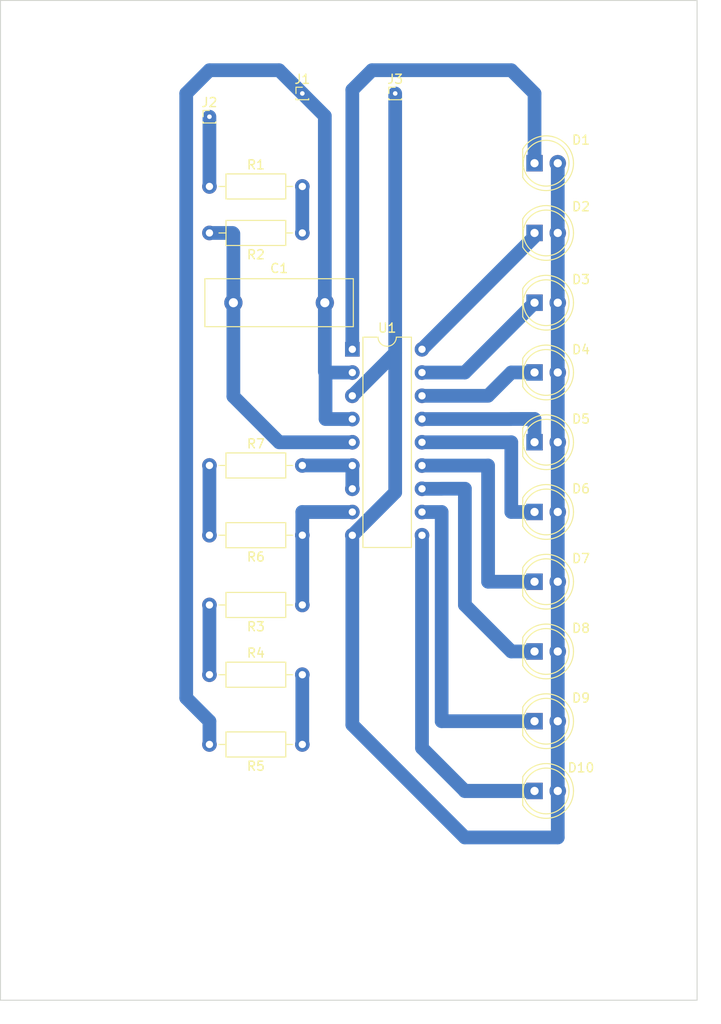
<source format=kicad_pcb>
(kicad_pcb (version 20211014) (generator pcbnew)
  (layers (0 "F.Cu" signal) (31 "B.Cu" signal) (34 "B.Paste" user) (35 "F.Paste" user) (36 "B.SilkS" user "B.Silkscreen") (37 "F.SilkS" user "F.Silkscreen") (38 "B.Mask" user) (39 "F.Mask" user) (44 "Edge.Cuts" user))
  (net 0 "")
  (net 1 "Net-(D1-Pad1)")
  (net 2 "GND")
  (net 3 "+5V")
  (net 4 "Net-(C1-Pad1)")
  (net 5 "Net-(R2-Pad1)")
  (net 6 "Net-(D10-Pad1)")
  (net 7 "Net-(D9-Pad1)")
  (net 8 "Net-(D8-Pad1)")
  (net 9 "Net-(D7-Pad1)")
  (net 10 "Net-(D6-Pad1)")
  (net 11 "Net-(D5-Pad1)")
  (net 12 "Net-(D4-Pad1)")
  (net 13 "Net-(D3-Pad1)")
  (net 14 "Net-(D2-Pad1)")
  (net 15 "sinal pwm")
  (net 16 "Net-(R3-Pad1)")
  (net 17 "Net-(R3-Pad2)")
  (net 18 "Net-(R4-Pad2)")
  (net 19 "Net-(R6-Pad2)")
  (net 20 "Net-(R7-Pad2)")
  (footprint "LED_THT:LED_D5.0mm" (layer "F.Cu") (at 157.48 86.36)
    (fp_text reference "D7" (at 5.08 -2.54) (layer "F.SilkS"))
    (fp_text value "LED")
    (fp_line (start -1.29 -1.545) (end -1.29 1.545) (layer "F.SilkS") (width 0.12))
    (fp_arc (start 4.26 -0.000462) (mid 2.072002 2.880433) (end -1.29 1.54483) (layer "F.SilkS") (width 0.12))
    (fp_arc (start -1.29 -1.54483) (mid 2.072002 -2.880433) (end 4.26 0.000462) (layer "F.SilkS") (width 0.12))
    (fp_circle (center 1.27 0) (end 3.77 0) (layer "F.SilkS") (width 0.12) (fill none))
    (pad "1" thru_hole rect (at 0 0) (size 1.8 1.8) (drill 0.9) (layers *.Cu *.Mask) (net 9 "Net-(D7-Pad1)"))
    (pad "2" thru_hole circle (at 2.54 0) (size 1.8 1.8) (drill 0.9) (layers *.Cu *.Mask) (net 3 "+5V"))
  )
  (footprint "Resistor_THT:R_Axial_DIN0207_L6.3mm_D2.5mm_P10.16mm_Horizontal" (layer "F.Cu") (at 132.08 88.9 180)
    (fp_text reference "R3" (at 5.08 -2.37) (layer "F.SilkS"))
    (fp_text value "3,6k")
    (fp_line (start 9.12 0) (end 8.35 0) (layer "F.SilkS") (width 0.12))
    (fp_line (start 1.81 -1.37) (end 1.81 1.37) (layer "F.SilkS") (width 0.12))
    (fp_line (start 1.04 0) (end 1.81 0) (layer "F.SilkS") (width 0.12))
    (fp_line (start 1.81 1.37) (end 8.35 1.37) (layer "F.SilkS") (width 0.12))
    (fp_line (start 8.35 1.37) (end 8.35 -1.37) (layer "F.SilkS") (width 0.12))
    (fp_line (start 8.35 -1.37) (end 1.81 -1.37) (layer "F.SilkS") (width 0.12))
    (pad "1" thru_hole circle (at 0 0 180) (size 1.6 1.6) (drill 0.8) (layers *.Cu *.Mask) (net 16 "Net-(R3-Pad1)"))
    (pad "2" thru_hole oval (at 10.16 0 180) (size 1.6 1.6) (drill 0.8) (layers *.Cu *.Mask) (net 17 "Net-(R3-Pad2)"))
  )
  (footprint "LED_THT:LED_D5.0mm" (layer "F.Cu") (at 157.48 78.74)
    (fp_text reference "D6" (at 5.08 -2.54) (layer "F.SilkS"))
    (fp_text value "LED")
    (fp_line (start -1.29 -1.545) (end -1.29 1.545) (layer "F.SilkS") (width 0.12))
    (fp_arc (start -1.29 -1.54483) (mid 2.072002 -2.880433) (end 4.26 0.000462) (layer "F.SilkS") (width 0.12))
    (fp_arc (start 4.26 -0.000462) (mid 2.072002 2.880433) (end -1.29 1.54483) (layer "F.SilkS") (width 0.12))
    (fp_circle (center 1.27 0) (end 3.77 0) (layer "F.SilkS") (width 0.12) (fill none))
    (pad "1" thru_hole rect (at 0 0) (size 1.8 1.8) (drill 0.9) (layers *.Cu *.Mask) (net 10 "Net-(D6-Pad1)"))
    (pad "2" thru_hole circle (at 2.54 0) (size 1.8 1.8) (drill 0.9) (layers *.Cu *.Mask) (net 3 "+5V"))
  )
  (footprint "Resistor_THT:R_Axial_DIN0207_L6.3mm_D2.5mm_P10.16mm_Horizontal" (layer "F.Cu") (at 121.92 73.66)
    (fp_text reference "R7" (at 5.08 -2.37) (layer "F.SilkS"))
    (fp_text value "1,2k")
    (fp_line (start 1.81 -1.37) (end 1.81 1.37) (layer "F.SilkS") (width 0.12))
    (fp_line (start 8.35 1.37) (end 8.35 -1.37) (layer "F.SilkS") (width 0.12))
    (fp_line (start 8.35 -1.37) (end 1.81 -1.37) (layer "F.SilkS") (width 0.12))
    (fp_line (start 1.04 0) (end 1.81 0) (layer "F.SilkS") (width 0.12))
    (fp_line (start 1.81 1.37) (end 8.35 1.37) (layer "F.SilkS") (width 0.12))
    (fp_line (start 9.12 0) (end 8.35 0) (layer "F.SilkS") (width 0.12))
    (pad "1" thru_hole circle (at 0 0) (size 1.6 1.6) (drill 0.8) (layers *.Cu *.Mask) (net 19 "Net-(R6-Pad2)"))
    (pad "2" thru_hole oval (at 10.16 0) (size 1.6 1.6) (drill 0.8) (layers *.Cu *.Mask) (net 20 "Net-(R7-Pad2)"))
  )
  (footprint "LED_THT:LED_D5.0mm" (layer "F.Cu") (at 157.48 48.26)
    (fp_text reference "D2" (at 5.08 -2.880433) (layer "F.SilkS"))
    (fp_text value "LED")
    (fp_line (start -1.29 -1.545) (end -1.29 1.545) (layer "F.SilkS") (width 0.12))
    (fp_arc (start -1.29 -1.54483) (mid 2.072002 -2.880433) (end 4.26 0.000462) (layer "F.SilkS") (width 0.12))
    (fp_arc (start 4.26 -0.000462) (mid 2.072002 2.880433) (end -1.29 1.54483) (layer "F.SilkS") (width 0.12))
    (fp_circle (center 1.27 0) (end 3.77 0) (layer "F.SilkS") (width 0.12) (fill none))
    (pad "1" thru_hole rect (at 0 0) (size 1.8 1.8) (drill 0.9) (layers *.Cu *.Mask) (net 14 "Net-(D2-Pad1)"))
    (pad "2" thru_hole circle (at 2.54 0) (size 1.8 1.8) (drill 0.9) (layers *.Cu *.Mask) (net 3 "+5V"))
  )
  (footprint "Resistor_THT:R_Axial_DIN0207_L6.3mm_D2.5mm_P10.16mm_Horizontal" (layer "F.Cu") (at 121.92 43.18)
    (fp_text reference "R1" (at 5.08 -2.37) (layer "F.SilkS"))
    (fp_text value "200k")
    (fp_line (start 9.12 0) (end 8.35 0) (layer "F.SilkS") (width 0.12))
    (fp_line (start 1.81 -1.37) (end 1.81 1.37) (layer "F.SilkS") (width 0.12))
    (fp_line (start 1.81 1.37) (end 8.35 1.37) (layer "F.SilkS") (width 0.12))
    (fp_line (start 8.35 -1.37) (end 1.81 -1.37) (layer "F.SilkS") (width 0.12))
    (fp_line (start 8.35 1.37) (end 8.35 -1.37) (layer "F.SilkS") (width 0.12))
    (fp_line (start 1.04 0) (end 1.81 0) (layer "F.SilkS") (width 0.12))
    (pad "1" thru_hole circle (at 0 0) (size 1.6 1.6) (drill 0.8) (layers *.Cu *.Mask) (net 15 "sinal pwm"))
    (pad "2" thru_hole oval (at 10.16 0) (size 1.6 1.6) (drill 0.8) (layers *.Cu *.Mask) (net 5 "Net-(R2-Pad1)"))
  )
  (footprint "Package_DIP:DIP-18_W7.62mm" (layer "F.Cu") (at 137.55 60.97)
    (fp_text reference "U1" (at 3.81 -2.33) (layer "F.SilkS"))
    (fp_text value "LM3914N")
    (fp_line (start 6.46 21.65) (end 6.46 -1.33) (layer "F.SilkS") (width 0.12))
    (fp_line (start 2.81 -1.33) (end 1.16 -1.33) (layer "F.SilkS") (width 0.12))
    (fp_line (start 1.16 -1.33) (end 1.16 21.65) (layer "F.SilkS") (width 0.12))
    (fp_line (start 1.16 21.65) (end 6.46 21.65) (layer "F.SilkS") (width 0.12))
    (fp_line (start 6.46 -1.33) (end 4.81 -1.33) (layer "F.SilkS") (width 0.12))
    (fp_arc (start 4.81 -1.33) (mid 3.81 -0.33) (end 2.81 -1.33) (layer "F.SilkS") (width 0.12))
    (pad "1" thru_hole rect (at 0 0) (size 1.6 1.6) (drill 0.8) (layers *.Cu *.Mask) (net 1 "Net-(D1-Pad1)"))
    (pad "2" thru_hole oval (at 0 2.54) (size 1.6 1.6) (drill 0.8) (layers *.Cu *.Mask) (net 2 "GND"))
    (pad "3" thru_hole oval (at 0 5.08) (size 1.6 1.6) (drill 0.8) (layers *.Cu *.Mask) (net 3 "+5V"))
    (pad "4" thru_hole oval (at 0 7.62) (size 1.6 1.6) (drill 0.8) (layers *.Cu *.Mask) (net 2 "GND"))
    (pad "5" thru_hole oval (at 0 10.16) (size 1.6 1.6) (drill 0.8) (layers *.Cu *.Mask) (net 4 "Net-(C1-Pad1)"))
    (pad "6" thru_hole oval (at 0 12.7) (size 1.6 1.6) (drill 0.8) (layers *.Cu *.Mask) (net 20 "Net-(R7-Pad2)"))
    (pad "7" thru_hole oval (at 0 15.24) (size 1.6 1.6) (drill 0.8) (layers *.Cu *.Mask) (net 20 "Net-(R7-Pad2)"))
    (pad "8" thru_hole oval (at 0 17.78) (size 1.6 1.6) (drill 0.8) (layers *.Cu *.Mask) (net 16 "Net-(R3-Pad1)"))
    (pad "9" thru_hole oval (at 0 20.32) (size 1.6 1.6) (drill 0.8) (layers *.Cu *.Mask) (net 3 "+5V"))
    (pad "10" thru_hole oval (at 7.62 20.32) (size 1.6 1.6) (drill 0.8) (layers *.Cu *.Mask) (net 6 "Net-(D10-Pad1)"))
    (pad "11" thru_hole oval (at 7.62 17.78) (size 1.6 1.6) (drill 0.8) (layers *.Cu *.Mask) (net 7 "Net-(D9-Pad1)"))
    (pad "12" thru_hole oval (at 7.62 15.24) (size 1.6 1.6) (drill 0.8) (layers *.Cu *.Mask) (net 8 "Net-(D8-Pad1)"))
    (pad "13" thru_hole oval (at 7.62 12.7) (size 1.6 1.6) (drill 0.8) (layers *.Cu *.Mask) (net 9 "Net-(D7-Pad1)"))
    (pad "14" thru_hole oval (at 7.62 10.16) (size 1.6 1.6) (drill 0.8) (layers *.Cu *.Mask) (net 10 "Net-(D6-Pad1)"))
    (pad "15" thru_hole oval (at 7.62 7.62) (size 1.6 1.6) (drill 0.8) (layers *.Cu *.Mask) (net 11 "Net-(D5-Pad1)"))
    (pad "16" thru_hole oval (at 7.62 5.08) (size 1.6 1.6) (drill 0.8) (layers *.Cu *.Mask) (net 12 "Net-(D4-Pad1)"))
    (pad "17" thru_hole oval (at 7.62 2.54) (size 1.6 1.6) (drill 0.8) (layers *.Cu *.Mask) (net 13 "Net-(D3-Pad1)"))
    (pad "18" thru_hole oval (at 7.62 0) (size 1.6 1.6) (drill 0.8) (layers *.Cu *.Mask) (net 14 "Net-(D2-Pad1)"))
  )
  (footprint "LED_THT:LED_D5.0mm" (layer "F.Cu") (at 157.48 40.64)
    (fp_text reference "D1" (at 5.08 -2.54) (layer "F.SilkS"))
    (fp_text value "LED")
    (fp_line (start -1.29 -1.545) (end -1.29 1.545) (layer "F.SilkS") (width 0.12))
    (fp_arc (start -1.29 -1.54483) (mid 2.072002 -2.880433) (end 4.26 0.000462) (layer "F.SilkS") (width 0.12))
    (fp_arc (start 4.26 -0.000462) (mid 2.072002 2.880433) (end -1.29 1.54483) (layer "F.SilkS") (width 0.12))
    (fp_circle (center 1.27 0) (end 3.77 0) (layer "F.SilkS") (width 0.12) (fill none))
    (pad "1" thru_hole rect (at 0 0) (size 1.8 1.8) (drill 0.9) (layers *.Cu *.Mask) (net 1 "Net-(D1-Pad1)"))
    (pad "2" thru_hole circle (at 2.54 0) (size 1.8 1.8) (drill 0.9) (layers *.Cu *.Mask) (net 3 "+5V"))
  )
  (footprint "LED_THT:LED_D5.0mm" (layer "F.Cu") (at 157.48 109.22)
    (fp_text reference "D10" (at 5.08 -2.54) (layer "F.SilkS"))
    (fp_text value "LED")
    (fp_line (start -1.29 -1.545) (end -1.29 1.545) (layer "F.SilkS") (width 0.12))
    (fp_arc (start -1.29 -1.54483) (mid 2.072002 -2.880433) (end 4.26 0.000462) (layer "F.SilkS") (width 0.12))
    (fp_arc (start 4.26 -0.000462) (mid 2.072002 2.880433) (end -1.29 1.54483) (layer "F.SilkS") (width 0.12))
    (fp_circle (center 1.27 0) (end 3.77 0) (layer "F.SilkS") (width 0.12) (fill none))
    (pad "1" thru_hole rect (at 0 0) (size 1.8 1.8) (drill 0.9) (layers *.Cu *.Mask) (net 6 "Net-(D10-Pad1)"))
    (pad "2" thru_hole circle (at 2.54 0) (size 1.8 1.8) (drill 0.9) (layers *.Cu *.Mask) (net 3 "+5V"))
  )
  (footprint "LED_THT:LED_D5.0mm" (layer "F.Cu") (at 157.48 71.12)
    (fp_text reference "D5" (at 5.08 -2.54) (layer "F.SilkS"))
    (fp_text value "LED")
    (fp_line (start -1.29 -1.545) (end -1.29 1.545) (layer "F.SilkS") (width 0.12))
    (fp_arc (start -1.29 -1.54483) (mid 2.072002 -2.880433) (end 4.26 0.000462) (layer "F.SilkS") (width 0.12))
    (fp_arc (start 4.26 -0.000462) (mid 2.072002 2.880433) (end -1.29 1.54483) (layer "F.SilkS") (width 0.12))
    (fp_circle (center 1.27 0) (end 3.77 0) (layer "F.SilkS") (width 0.12) (fill none))
    (pad "1" thru_hole rect (at 0 0) (size 1.8 1.8) (drill 0.9) (layers *.Cu *.Mask) (net 11 "Net-(D5-Pad1)"))
    (pad "2" thru_hole circle (at 2.54 0) (size 1.8 1.8) (drill 0.9) (layers *.Cu *.Mask) (net 3 "+5V"))
  )
  (footprint "LED_THT:LED_D5.0mm" (layer "F.Cu") (at 157.48 101.6)
    (fp_text reference "D9" (at 5.08 -2.54) (layer "F.SilkS"))
    (fp_text value "LED")
    (fp_line (start -1.29 -1.545) (end -1.29 1.545) (layer "F.SilkS") (width 0.12))
    (fp_arc (start -1.29 -1.54483) (mid 2.072002 -2.880433) (end 4.26 0.000462) (layer "F.SilkS") (width 0.12))
    (fp_arc (start 4.26 -0.000462) (mid 2.072002 2.880433) (end -1.29 1.54483) (layer "F.SilkS") (width 0.12))
    (fp_circle (center 1.27 0) (end 3.77 0) (layer "F.SilkS") (width 0.12) (fill none))
    (pad "1" thru_hole rect (at 0 0) (size 1.8 1.8) (drill 0.9) (layers *.Cu *.Mask) (net 7 "Net-(D9-Pad1)"))
    (pad "2" thru_hole circle (at 2.54 0) (size 1.8 1.8) (drill 0.9) (layers *.Cu *.Mask) (net 3 "+5V"))
  )
  (footprint "Resistor_THT:R_Axial_DIN0207_L6.3mm_D2.5mm_P10.16mm_Horizontal" (layer "F.Cu") (at 121.92 96.52)
    (fp_text reference "R4" (at 5.08 -2.37) (layer "F.SilkS"))
    (fp_text value "200")
    (fp_line (start 1.81 1.37) (end 8.35 1.37) (layer "F.SilkS") (width 0.12))
    (fp_line (start 9.12 0) (end 8.35 0) (layer "F.SilkS") (width 0.12))
    (fp_line (start 8.35 -1.37) (end 1.81 -1.37) (layer "F.SilkS") (width 0.12))
    (fp_line (start 1.81 -1.37) (end 1.81 1.37) (layer "F.SilkS") (width 0.12))
    (fp_line (start 1.04 0) (end 1.81 0) (layer "F.SilkS") (width 0.12))
    (fp_line (start 8.35 1.37) (end 8.35 -1.37) (layer "F.SilkS") (width 0.12))
    (pad "1" thru_hole circle (at 0 0) (size 1.6 1.6) (drill 0.8) (layers *.Cu *.Mask) (net 17 "Net-(R3-Pad2)"))
    (pad "2" thru_hole oval (at 10.16 0) (size 1.6 1.6) (drill 0.8) (layers *.Cu *.Mask) (net 18 "Net-(R4-Pad2)"))
  )
  (footprint "LED_THT:LED_D5.0mm" (layer "F.Cu") (at 157.48 55.88)
    (fp_text reference "D3" (at 5.08 -2.54) (layer "F.SilkS"))
    (fp_text value "LED")
    (fp_line (start -1.29 -1.545) (end -1.29 1.545) (layer "F.SilkS") (width 0.12))
    (fp_arc (start -1.29 -1.54483) (mid 2.072002 -2.880433) (end 4.26 0.000462) (layer "F.SilkS") (width 0.12))
    (fp_arc (start 4.26 -0.000462) (mid 2.072002 2.880433) (end -1.29 1.54483) (layer "F.SilkS") (width 0.12))
    (fp_circle (center 1.27 0) (end 3.77 0) (layer "F.SilkS") (width 0.12) (fill none))
    (pad "1" thru_hole rect (at 0 0) (size 1.8 1.8) (drill 0.9) (layers *.Cu *.Mask) (net 13 "Net-(D3-Pad1)"))
    (pad "2" thru_hole circle (at 2.54 0) (size 1.8 1.8) (drill 0.9) (layers *.Cu *.Mask) (net 3 "+5V"))
  )
  (footprint "Connector_PinHeader_1.00mm:PinHeader_1x01_P1.00mm_Vertical" (layer "F.Cu") (at 121.92 35.56)
    (fp_text reference "J2" (at 0 -1.56) (layer "F.SilkS"))
    (fp_text value "Screw_Terminal_01x01")
    (fp_line (start -0.695 0.685) (end 0.695 0.685) (layer "F.SilkS") (width 0.12))
    (fp_line (start 0.608276 0.685) (end 0.695 0.685) (layer "F.SilkS") (width 0.12))
    (fp_line (start -0.695 0.685) (end -0.608276 0.685) (layer "F.SilkS") (width 0.12))
    (fp_line (start -0.695 0) (end -0.695 -0.685) (layer "F.SilkS") (width 0.12))
    (fp_line (start -0.695 -0.685) (end 0 -0.685) (layer "F.SilkS") (width 0.12))
    (fp_line (start 0.695 0.685) (end 0.695 0.56) (layer "F.SilkS") (width 0.12))
    (fp_line (start -0.695 0.685) (end -0.695 0.56) (layer "F.SilkS") (width 0.12))
    (pad "1" thru_hole rect (at 0 0) (size 0.85 0.85) (drill 0.5) (layers *.Cu *.Mask) (net 15 "sinal pwm"))
  )
  (footprint "LED_THT:LED_D5.0mm" (layer "F.Cu") (at 157.48 63.5)
    (fp_text reference "D4" (at 5.08 -2.5) (layer "F.SilkS"))
    (fp_text value "LED")
    (fp_line (start -1.29 -1.545) (end -1.29 1.545) (layer "F.SilkS") (width 0.12))
    (fp_arc (start -1.29 -1.54483) (mid 2.072002 -2.880433) (end 4.26 0.000462) (layer "F.SilkS") (width 0.12))
    (fp_arc (start 4.26 -0.000462) (mid 2.072002 2.880433) (end -1.29 1.54483) (layer "F.SilkS") (width 0.12))
    (fp_circle (center 1.27 0) (end 3.77 0) (layer "F.SilkS") (width 0.12) (fill none))
    (pad "1" thru_hole rect (at 0 0) (size 1.8 1.8) (drill 0.9) (layers *.Cu *.Mask) (net 12 "Net-(D4-Pad1)"))
    (pad "2" thru_hole circle (at 2.54 0) (size 1.8 1.8) (drill 0.9) (layers *.Cu *.Mask) (net 3 "+5V"))
  )
  (footprint "Connector_PinHeader_1.00mm:PinHeader_1x01_P1.00mm_Vertical" (layer "F.Cu") (at 132.08 33.02)
    (fp_text reference "J1" (at 0 -1.56) (layer "F.SilkS"))
    (fp_text value "Screw_Terminal_01x01")
    (fp_line (start -0.695 0.685) (end 0.695 0.685) (layer "F.SilkS") (width 0.12))
    (fp_line (start -0.695 0) (end -0.695 -0.685) (layer "F.SilkS") (width 0.12))
    (fp_line (start -0.695 -0.685) (end 0 -0.685) (layer "F.SilkS") (width 0.12))
    (fp_line (start 0.695 0.685) (end 0.695 0.56) (layer "F.SilkS") (width 0.12))
    (fp_line (start -0.695 0.685) (end -0.695 0.56) (layer "F.SilkS") (width 0.12))
    (fp_line (start 0.608276 0.685) (end 0.695 0.685) (layer "F.SilkS") (width 0.12))
    (fp_line (start -0.695 0.685) (end -0.608276 0.685) (layer "F.SilkS") (width 0.12))
    (pad "1" thru_hole rect (at 0 0) (size 0.85 0.85) (drill 0.5) (layers *.Cu *.Mask) (net 2 "GND"))
  )
  (footprint "Connector_PinHeader_1.00mm:PinHeader_1x01_P1.00mm_Vertical" (layer "F.Cu") (at 142.24 33.02)
    (fp_text reference "J3" (at 0 -1.56) (layer "F.SilkS"))
    (fp_text value "Screw_Terminal_01x01")
    (fp_line (start 0.608276 0.685) (end 0.695 0.685) (layer "F.SilkS") (width 0.12))
    (fp_line (start -0.695 0.685) (end 0.695 0.685) (layer "F.SilkS") (width 0.12))
    (fp_line (start -0.695 0) (end -0.695 -0.685) (layer "F.SilkS") (width 0.12))
    (fp_line (start -0.695 -0.685) (end 0 -0.685) (layer "F.SilkS") (width 0.12))
    (fp_line (start -0.695 0.685) (end -0.695 0.56) (layer "F.SilkS") (width 0.12))
    (fp_line (start 0.695 0.685) (end 0.695 0.56) (layer "F.SilkS") (width 0.12))
    (fp_line (start -0.695 0.685) (end -0.608276 0.685) (layer "F.SilkS") (width 0.12))
    (pad "1" thru_hole rect (at 0 0) (size 0.85 0.85) (drill 0.5) (layers *.Cu *.Mask) (net 3 "+5V"))
  )
  (footprint "Resistor_THT:R_Axial_DIN0207_L6.3mm_D2.5mm_P10.16mm_Horizontal" (layer "F.Cu") (at 132.08 104.14 180)
    (fp_text reference "R5" (at 5.08 -2.37) (layer "F.SilkS"))
    (fp_text value "30")
    (fp_line (start 1.04 0) (end 1.81 0) (layer "F.SilkS") (width 0.12))
    (fp_line (start 9.12 0) (end 8.35 0) (layer "F.SilkS") (width 0.12))
    (fp_line (start 8.35 -1.37) (end 1.81 -1.37) (layer "F.SilkS") (width 0.12))
    (fp_line (start 1.81 -1.37) (end 1.81 1.37) (layer "F.SilkS") (width 0.12))
    (fp_line (start 8.35 1.37) (end 8.35 -1.37) (layer "F.SilkS") (width 0.12))
    (fp_line (start 1.81 1.37) (end 8.35 1.37) (layer "F.SilkS") (width 0.12))
    (pad "1" thru_hole circle (at 0 0 180) (size 1.6 1.6) (drill 0.8) (layers *.Cu *.Mask) (net 18 "Net-(R4-Pad2)"))
    (pad "2" thru_hole oval (at 10.16 0 180) (size 1.6 1.6) (drill 0.8) (layers *.Cu *.Mask) (net 2 "GND"))
  )
  (footprint "Capacitor_THT:C_Disc_D16.0mm_W5.0mm_P10.00mm" (layer "F.Cu") (at 124.54 55.88)
    (fp_text reference "C1" (at 5 -3.75) (layer "F.SilkS"))
    (fp_text value "10n")
    (fp_line (start -3.12 2.62) (end 13.12 2.62) (layer "F.SilkS") (width 0.12))
    (fp_line (start -3.12 -2.62) (end -3.12 2.62) (layer "F.SilkS") (width 0.12))
    (fp_line (start 13.12 -2.62) (end 13.12 2.62) (layer "F.SilkS") (width 0.12))
    (fp_line (start -3.12 -2.62) (end 13.12 -2.62) (layer "F.SilkS") (width 0.12))
    (pad "1" thru_hole circle (at 0 0) (size 2 2) (drill 1) (layers *.Cu *.Mask) (net 4 "Net-(C1-Pad1)"))
    (pad "2" thru_hole circle (at 10 0) (size 2 2) (drill 1) (layers *.Cu *.Mask) (net 2 "GND"))
  )
  (footprint "Resistor_THT:R_Axial_DIN0207_L6.3mm_D2.5mm_P10.16mm_Horizontal" (layer "F.Cu") (at 132.08 81.28 180)
    (fp_text reference "R6" (at 5.08 -2.37) (layer "F.SilkS"))
    (fp_text value "10")
    (fp_line (start 1.81 -1.37) (end 1.81 1.37) (layer "F.SilkS") (width 0.12))
    (fp_line (start 8.35 -1.37) (end 1.81 -1.37) (layer "F.SilkS") (width 0.12))
    (fp_line (start 8.35 1.37) (end 8.35 -1.37) (layer "F.SilkS") (width 0.12))
    (fp_line (start 9.12 0) (end 8.35 0) (layer "F.SilkS") (width 0.12))
    (fp_line (start 1.81 1.37) (end 8.35 1.37) (layer "F.SilkS") (width 0.12))
    (fp_line (start 1.04 0) (end 1.81 0) (layer "F.SilkS") (width 0.12))
    (pad "1" thru_hole circle (at 0 0 180) (size 1.6 1.6) (drill 0.8) (layers *.Cu *.Mask) (net 16 "Net-(R3-Pad1)"))
    (pad "2" thru_hole oval (at 10.16 0 180) (size 1.6 1.6) (drill 0.8) (layers *.Cu *.Mask) (net 19 "Net-(R6-Pad2)"))
  )
  (footprint "LED_THT:LED_D5.0mm" (layer "F.Cu") (at 157.48 93.98)
    (fp_text reference "D8" (at 5.08 -2.54) (layer "F.SilkS"))
    (fp_text value "LED")
    (fp_line (start -1.29 -1.545) (end -1.29 1.545) (layer "F.SilkS") (width 0.12))
    (fp_arc (start -1.29 -1.54483) (mid 2.072002 -2.880433) (end 4.26 0.000462) (layer "F.SilkS") (width 0.12))
    (fp_arc (start 4.26 -0.000462) (mid 2.072002 2.880433) (end -1.29 1.54483) (layer "F.SilkS") (width 0.12))
    (fp_circle (center 1.27 0) (end 3.77 0) (layer "F.SilkS") (width 0.12) (fill none))
    (pad "1" thru_hole rect (at 0 0) (size 1.8 1.8) (drill 0.9) (layers *.Cu *.Mask) (net 8 "Net-(D8-Pad1)"))
    (pad "2" thru_hole circle (at 2.54 0) (size 1.8 1.8) (drill 0.9) (layers *.Cu *.Mask) (net 3 "+5V"))
  )
  (footprint "Resistor_THT:R_Axial_DIN0207_L6.3mm_D2.5mm_P10.16mm_Horizontal" (layer "F.Cu") (at 132.08 48.26 180)
    (fp_text reference "R2" (at 5.08 -2.37) (layer "F.SilkS"))
    (fp_text value "200k")
    (fp_line (start 8.35 1.37) (end 8.35 -1.37) (layer "F.SilkS") (width 0.12))
    (fp_line (start 1.81 1.37) (end 8.35 1.37) (layer "F.SilkS") (width 0.12))
    (fp_line (start 1.04 0) (end 1.81 0) (layer "F.SilkS") (width 0.12))
    (fp_line (start 9.12 0) (end 8.35 0) (layer "F.SilkS") (width 0.12))
    (fp_line (start 8.35 -1.37) (end 1.81 -1.37) (layer "F.SilkS") (width 0.12))
    (fp_line (start 1.81 -1.37) (end 1.81 1.37) (layer "F.SilkS") (width 0.12))
    (pad "1" thru_hole circle (at 0 0 180) (size 1.6 1.6) (drill 0.8) (layers *.Cu *.Mask) (net 5 "Net-(R2-Pad1)"))
    (pad "2" thru_hole oval (at 10.16 0 180) (size 1.6 1.6) (drill 0.8) (layers *.Cu *.Mask) (net 4 "Net-(C1-Pad1)"))
  )
  (gr_rect (start 177.8 134.62) (end 177.8 134.62) (layer "B.Cu") (width 0.2) (fill none))
  (gr_line (start 175.26 22.86) (end 99.06 22.86) (layer "Edge.Cuts") (width 0.1))
  (gr_line (start 99.06 132.08) (end 175.26 132.08) (layer "Edge.Cuts") (width 0.1))
  (gr_line (start 175.26 132.08) (end 175.26 22.86) (layer "Edge.Cuts") (width 0.1))
  (gr_line (start 99.06 22.86) (end 99.06 132.08) (layer "Edge.Cuts") (width 0.1))
  (segment (start 157.48 33.02) (end 157.48 40.64) (width 1.5) (layer "B.Cu") (net 1))
  (segment (start 137.55 32.63) (end 139.7 30.48) (width 1.5) (layer "B.Cu") (net 1))
  (segment (start 139.7 30.48) (end 154.94 30.48) (width 1.5) (layer "B.Cu") (net 1))
  (segment (start 137.55 60.97) (end 137.55 32.63) (width 1.5) (layer "B.Cu") (net 1))
  (segment (start 154.94 30.48) (end 157.48 33.02) (width 1.5) (layer "B.Cu") (net 1))
  (segment (start 119.38 33.02) (end 121.92 30.48) (width 1.5) (layer "B.Cu") (net 2))
  (segment (start 129.54 30.48) (end 132.08 33.02) (width 1.5) (layer "B.Cu") (net 2))
  (segment (start 121.92 101.6) (end 121.92 104.14) (width 1.5) (layer "B.Cu") (net 2))
  (segment (start 134.63 63.51) (end 137.55 63.51) (width 1.5) (layer "B.Cu") (net 2))
  (segment (start 121.92 30.48) (end 129.54 30.48) (width 1.5) (layer "B.Cu") (net 2))
  (segment (start 137.55 68.59) (end 134.63 68.59) (width 1.5) (layer "B.Cu") (net 2))
  (segment (start 134.62 68.58) (end 134.62 63.5) (width 1.5) (layer "B.Cu") (net 2))
  (segment (start 134.54 63.42) (end 134.63 63.51) (width 0.25) (layer "B.Cu") (net 2))
  (segment (start 134.63 68.59) (end 134.62 68.58) (width 0.25) (layer "B.Cu") (net 2))
  (segment (start 134.54 35.48) (end 132.08 33.02) (width 1.5) (layer "B.Cu") (net 2))
  (segment (start 119.38 99.06) (end 121.92 101.6) (width 1.5) (layer "B.Cu") (net 2))
  (segment (start 119.38 33.02) (end 119.38 99.06) (width 1.5) (layer "B.Cu") (net 2))
  (segment (start 134.54 55.88) (end 134.54 63.42) (width 1.5) (layer "B.Cu") (net 2))
  (segment (start 134.54 55.88) (end 134.54 35.48) (width 1.5) (layer "B.Cu") (net 2))
  (segment (start 160.02 101.6) (end 160.02 109.22) (width 1.5) (layer "B.Cu") (net 3))
  (segment (start 160.02 71.12) (end 160.02 78.74) (width 1.5) (layer "B.Cu") (net 3))
  (segment (start 137.55 81.29) (end 137.55 101.99) (width 1.5) (layer "B.Cu") (net 3))
  (segment (start 160.02 55.88) (end 160.02 63.5) (width 1.5) (layer "B.Cu") (net 3))
  (segment (start 160.02 48.26) (end 160.02 55.88) (width 1.5) (layer "B.Cu") (net 3))
  (segment (start 137.55 101.99) (end 149.86 114.3) (width 1.5) (layer "B.Cu") (net 3))
  (segment (start 142.24 76.6) (end 142.24 61.36) (width 1.5) (layer "B.Cu") (net 3))
  (segment (start 160.02 86.36) (end 160.02 93.98) (width 1.5) (layer "B.Cu") (net 3))
  (segment (start 149.86 114.3) (end 160.02 114.3) (width 1.5) (layer "B.Cu") (net 3))
  (segment (start 160.02 86.36) (end 160.02 78.74) (width 1.5) (layer "B.Cu") (net 3))
  (segment (start 160.02 40.64) (end 160.02 48.26) (width 1.5) (layer "B.Cu") (net 3))
  (segment (start 160.02 63.5) (end 160.02 71.12) (width 1.5) (layer "B.Cu") (net 3))
  (segment (start 137.55 81.29) (end 142.24 76.6) (width 1.5) (layer "B.Cu") (net 3))
  (segment (start 160.02 93.98) (end 160.02 101.6) (width 1.5) (layer "B.Cu") (net 3))
  (segment (start 142.24 33.02) (end 142.24 61.36) (width 1.5) (layer "B.Cu") (net 3))
  (segment (start 142.24 61.36) (end 137.55 66.05) (width 1.5) (layer "B.Cu") (net 3))
  (segment (start 160.02 114.3) (end 160.02 109.22) (width 1.5) (layer "B.Cu") (net 3))
  (segment (start 124.46 48.26) (end 124.54 48.34) (width 0.25) (layer "B.Cu") (net 4))
  (segment (start 124.46 48.26) (end 121.92 48.26) (width 1.5) (layer "B.Cu") (net 4))
  (segment (start 129.55 71.13) (end 137.55 71.13) (width 1.5) (layer "B.Cu") (net 4))
  (segment (start 124.54 48.34) (end 124.54 55.88) (width 1.5) (layer "B.Cu") (net 4))
  (segment (start 124.54 66.12) (end 124.54 55.88) (width 1.5) (layer "B.Cu") (net 4))
  (segment (start 124.54 66.12) (end 129.55 71.13) (width 1.5) (layer "B.Cu") (net 4))
  (segment (start 132.08 48.26) (end 132.08 43.18) (width 1.5) (layer "B.Cu") (net 5))
  (segment (start 145.17 104.53) (end 145.17 81.29) (width 1.5) (layer "B.Cu") (net 6))
  (segment (start 157.48 109.22) (end 149.86 109.22) (width 1.54) (layer "B.Cu") (net 6))
  (segment (start 149.86 109.22) (end 145.17 104.53) (width 1.5) (layer "B.Cu") (net 6))
  (segment (start 145.17 78.75) (end 147.31 78.75) (width 1.5) (layer "B.Cu") (net 7))
  (segment (start 147.32 101.6) (end 157.48 101.6) (width 1.5) (layer "B.Cu") (net 7))
  (segment (start 147.31 78.75) (end 147.32 78.74) (width 0.25) (layer "B.Cu") (net 7))
  (segment (start 147.32 78.74) (end 147.32 101.6) (width 1.5) (layer "B.Cu") (net 7))
  (segment (start 145.17 76.21) (end 147.31 76.21) (width 1.5) (layer "B.Cu") (net 8))
  (segment (start 154.94 93.98) (end 157.48 93.98) (width 1.5) (layer "B.Cu") (net 8))
  (segment (start 147.32 76.2) (end 149.86 76.2) (width 1.5) (layer "B.Cu") (net 8))
  (segment (start 149.86 76.2) (end 149.86 88.9) (width 1.5) (layer "B.Cu") (net 8))
  (segment (start 149.86 88.9) (end 154.94 93.98) (width 1.5) (layer "B.Cu") (net 8))
  (segment (start 147.31 76.21) (end 147.32 76.2) (width 0.25) (layer "B.Cu") (net 8))
  (segment (start 152.39 73.67) (end 152.4 73.66) (width 0.25) (layer "B.Cu") (net 9))
  (segment (start 152.4 73.66) (end 152.4 86.36) (width 1.5) (layer "B.Cu") (net 9))
  (segment (start 145.17 73.67) (end 152.39 73.67) (width 1.5) (layer "B.Cu") (net 9))
  (segment (start 152.4 86.36) (end 157.48 86.36) (width 1.5) (layer "B.Cu") (net 9))
  (segment (start 154.94 71.12) (end 154.94 78.74) (width 1.5) (layer "B.Cu") (net 10))
  (segment (start 154.93 71.13) (end 154.94 71.12) (width 0.25) (layer "B.Cu") (net 10))
  (segment (start 145.17 71.13) (end 154.93 71.13) (width 1.5) (layer "B.Cu") (net 10))
  (segment (start 154.94 78.74) (end 157.48 78.74) (width 1.5) (layer "B.Cu") (net 10))
  (segment (start 157.48 68.58) (end 157.48 71.12) (width 1.5) (layer "B.Cu") (net 11))
  (segment (start 154.93 68.59) (end 154.94 68.58) (width 0.25) (layer "B.Cu") (net 11))
  (segment (start 145.17 68.59) (end 154.93 68.59) (width 1.5) (layer "B.Cu") (net 11))
  (segment (start 154.94 68.58) (end 157.48 68.58) (width 1.5) (layer "B.Cu") (net 11))
  (segment (start 152.39 66.05) (end 152.4 66.04) (width 0.25) (layer "B.Cu") (net 12))
  (segment (start 154.94 63.5) (end 157.48 63.5) (width 1.5) (layer "B.Cu") (net 12))
  (segment (start 145.17 66.05) (end 152.39 66.05) (width 1.5) (layer "B.Cu") (net 12))
  (segment (start 152.4 66.04) (end 154.94 63.5) (width 1.5) (layer "B.Cu") (net 12))
  (segment (start 149.85 63.51) (end 157.48 55.88) (width 1.5) (layer "B.Cu") (net 13))
  (segment (start 145.17 63.51) (end 149.85 63.51) (width 1.5) (layer "B.Cu") (net 13))
  (segment (start 145.17 60.97) (end 157.48 48.66) (width 1.5) (layer "B.Cu") (net 14))
  (segment (start 157.48 48.66) (end 157.48 48.26) (width 0.25) (layer "B.Cu") (net 14))
  (segment (start 121.92 43.18) (end 121.92 35.56) (width 1.5) (layer "B.Cu") (net 15))
  (segment (start 132.08 78.74) (end 132.09 78.75) (width 1.5) (layer "B.Cu") (net 16))
  (segment (start 132.08 81.28) (end 132.08 78.74) (width 1.5) (layer "B.Cu") (net 16))
  (segment (start 132.09 78.75) (end 137.55 78.75) (width 1.5) (layer "B.Cu") (net 16))
  (segment (start 132.08 88.9) (end 132.08 81.28) (width 1.5) (layer "B.Cu") (net 16))
  (segment (start 121.92 96.52) (end 121.92 88.9) (width 1.5) (layer "B.Cu") (net 17))
  (segment (start 132.08 104.14) (end 132.08 96.52) (width 1.5) (layer "B.Cu") (net 18))
  (segment (start 121.92 81.28) (end 121.92 73.66) (width 1.5) (layer "B.Cu") (net 19))
  (segment (start 137.54 73.66) (end 137.55 73.67) (width 0.25) (layer "B.Cu") (net 20))
  (segment (start 132.08 73.66) (end 137.54 73.66) (width 1.5) (layer "B.Cu") (net 20))
  (segment (start 137.55 73.67) (end 137.55 76.21) (width 1.5) (layer "B.Cu") (net 20))
)
</source>
